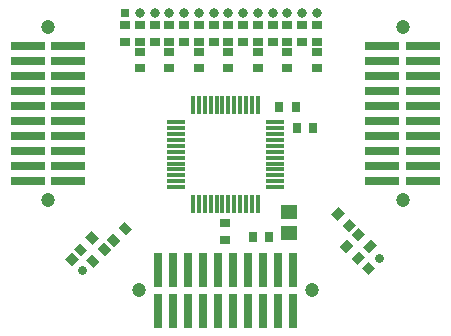
<source format=gts>
G04 #@! TF.FileFunction,Soldermask,Top*
%FSLAX46Y46*%
G04 Gerber Fmt 4.6, Leading zero omitted, Abs format (unit mm)*
G04 Created by KiCad (PCBNEW 4.0.2+e4-6225~38~ubuntu14.04.1-stable) date Fri 17 Jun 2016 18:56:52 BST*
%MOMM*%
G01*
G04 APERTURE LIST*
%ADD10C,0.100000*%
%ADD11R,1.500000X0.300000*%
%ADD12R,0.300000X1.500000*%
%ADD13C,0.800000*%
%ADD14R,0.800000X0.800000*%
%ADD15O,0.800000X0.800000*%
%ADD16R,2.920000X0.740000*%
%ADD17C,1.200000*%
%ADD18R,0.740000X2.920000*%
%ADD19R,0.900000X0.750000*%
%ADD20R,0.750000X0.900000*%
%ADD21R,1.450000X1.150000*%
G04 APERTURE END LIST*
D10*
D11*
X104200000Y-106250000D03*
X104200000Y-105750000D03*
X104200000Y-105250000D03*
X104200000Y-104750000D03*
X104200000Y-104250000D03*
X104200000Y-103750000D03*
X104200000Y-103250000D03*
X104200000Y-102750000D03*
X104200000Y-102250000D03*
X104200000Y-101750000D03*
X104200000Y-101250000D03*
X104200000Y-100750000D03*
D12*
X102750000Y-99300000D03*
X102250000Y-99300000D03*
X101750000Y-99300000D03*
X101250000Y-99300000D03*
X100750000Y-99300000D03*
X100250000Y-99300000D03*
X99750000Y-99300000D03*
X99250000Y-99300000D03*
X98750000Y-99300000D03*
X98250000Y-99300000D03*
X97750000Y-99300000D03*
X97250000Y-99300000D03*
D11*
X95800000Y-100750000D03*
X95800000Y-101250000D03*
X95800000Y-101750000D03*
X95800000Y-102250000D03*
X95800000Y-102750000D03*
X95800000Y-103250000D03*
X95800000Y-103750000D03*
X95800000Y-104250000D03*
X95800000Y-104750000D03*
X95800000Y-105250000D03*
X95800000Y-105750000D03*
X95800000Y-106250000D03*
D12*
X97250000Y-107700000D03*
X97750000Y-107700000D03*
X98250000Y-107700000D03*
X98750000Y-107700000D03*
X99250000Y-107700000D03*
X99750000Y-107700000D03*
X100250000Y-107700000D03*
X100750000Y-107700000D03*
X101250000Y-107700000D03*
X101750000Y-107700000D03*
X102250000Y-107700000D03*
X102750000Y-107700000D03*
D10*
G36*
X112116117Y-113699568D02*
X111550432Y-113133883D01*
X112116117Y-112568198D01*
X112681802Y-113133883D01*
X112116117Y-113699568D01*
X112116117Y-113699568D01*
G37*
D13*
X113000000Y-112250000D02*
X113000000Y-112250000D01*
D10*
G36*
X86450432Y-112366117D02*
X87016117Y-111800432D01*
X87581802Y-112366117D01*
X87016117Y-112931802D01*
X86450432Y-112366117D01*
X86450432Y-112366117D01*
G37*
D13*
X87900000Y-113250000D02*
X87900000Y-113250000D01*
D14*
X91500000Y-91500000D03*
D15*
X92750000Y-91500000D03*
X94000000Y-91500000D03*
X95250000Y-91500000D03*
X96500000Y-91500000D03*
X97750000Y-91500000D03*
X99000000Y-91500000D03*
X100250000Y-91500000D03*
X101500000Y-91500000D03*
X102750000Y-91500000D03*
X104000000Y-91500000D03*
X105250000Y-91500000D03*
X106500000Y-91500000D03*
X107750000Y-91500000D03*
D16*
X83285000Y-94285000D03*
X86715000Y-94285000D03*
X83285000Y-95555000D03*
X86715000Y-95555000D03*
X83285000Y-96825000D03*
X86715000Y-96825000D03*
X83285000Y-98095000D03*
X86715000Y-98095000D03*
X83285000Y-99365000D03*
X86715000Y-99365000D03*
X83285000Y-100635000D03*
X86715000Y-100635000D03*
X83285000Y-101905000D03*
X86715000Y-101905000D03*
X83285000Y-103175000D03*
X86715000Y-103175000D03*
X83285000Y-104445000D03*
X86715000Y-104445000D03*
X83285000Y-105715000D03*
X86715000Y-105715000D03*
X113285000Y-94285000D03*
X116715000Y-94285000D03*
X113285000Y-95555000D03*
X116715000Y-95555000D03*
X113285000Y-96825000D03*
X116715000Y-96825000D03*
X113285000Y-98095000D03*
X116715000Y-98095000D03*
X113285000Y-99365000D03*
X116715000Y-99365000D03*
X113285000Y-100635000D03*
X116715000Y-100635000D03*
X113285000Y-101905000D03*
X116715000Y-101905000D03*
X113285000Y-103175000D03*
X116715000Y-103175000D03*
X113285000Y-104445000D03*
X116715000Y-104445000D03*
X113285000Y-105715000D03*
X116715000Y-105715000D03*
D17*
X85000000Y-107305000D03*
X85000000Y-92695000D03*
X115000000Y-107305000D03*
X115000000Y-92695000D03*
D18*
X94285000Y-116715000D03*
X94285000Y-113285000D03*
X95555000Y-116715000D03*
X95555000Y-113285000D03*
X96825000Y-116715000D03*
X96825000Y-113285000D03*
X98095000Y-116715000D03*
X98095000Y-113285000D03*
X99365000Y-116715000D03*
X99365000Y-113285000D03*
X100635000Y-116715000D03*
X100635000Y-113285000D03*
X101905000Y-116715000D03*
X101905000Y-113285000D03*
X103175000Y-116715000D03*
X103175000Y-113285000D03*
X104445000Y-116715000D03*
X104445000Y-113285000D03*
X105715000Y-116715000D03*
X105715000Y-113285000D03*
D17*
X107305000Y-115000000D03*
X92695000Y-115000000D03*
D19*
X91500000Y-93950000D03*
X91500000Y-92550000D03*
X92750000Y-93950000D03*
X92750000Y-92550000D03*
X101500000Y-93950000D03*
X101500000Y-92550000D03*
X102750000Y-93950000D03*
X102750000Y-92550000D03*
X94000000Y-93950000D03*
X94000000Y-92550000D03*
X95250000Y-93950000D03*
X95250000Y-92550000D03*
X104000000Y-93950000D03*
X104000000Y-92550000D03*
X105250000Y-93950000D03*
X105250000Y-92550000D03*
X96500000Y-93950000D03*
X96500000Y-92550000D03*
X97750000Y-93950000D03*
X97750000Y-92550000D03*
X106500000Y-93950000D03*
X106500000Y-92550000D03*
X107750000Y-93950000D03*
X107750000Y-92550000D03*
D10*
G36*
X88661612Y-109951992D02*
X89298008Y-110588388D01*
X88767678Y-111118718D01*
X88131282Y-110482322D01*
X88661612Y-109951992D01*
X88661612Y-109951992D01*
G37*
G36*
X87671662Y-110941942D02*
X88308058Y-111578338D01*
X87777728Y-112108668D01*
X87141332Y-111472272D01*
X87671662Y-110941942D01*
X87671662Y-110941942D01*
G37*
G36*
X89691942Y-110921662D02*
X90328338Y-111558058D01*
X89798008Y-112088388D01*
X89161612Y-111451992D01*
X89691942Y-110921662D01*
X89691942Y-110921662D01*
G37*
G36*
X88701992Y-111911612D02*
X89338388Y-112548008D01*
X88808058Y-113078338D01*
X88171662Y-112441942D01*
X88701992Y-111911612D01*
X88701992Y-111911612D01*
G37*
D19*
X99000000Y-93950000D03*
X99000000Y-92550000D03*
X100250000Y-93950000D03*
X100250000Y-92550000D03*
D10*
G36*
X109671662Y-111308058D02*
X110308058Y-110671662D01*
X110838388Y-111201992D01*
X110201992Y-111838388D01*
X109671662Y-111308058D01*
X109671662Y-111308058D01*
G37*
G36*
X110661612Y-112298008D02*
X111298008Y-111661612D01*
X111828338Y-112191942D01*
X111191942Y-112828338D01*
X110661612Y-112298008D01*
X110661612Y-112298008D01*
G37*
G36*
X110671662Y-110308058D02*
X111308058Y-109671662D01*
X111838388Y-110201992D01*
X111201992Y-110838388D01*
X110671662Y-110308058D01*
X110671662Y-110308058D01*
G37*
G36*
X111661612Y-111298008D02*
X112298008Y-110661612D01*
X112828338Y-111191942D01*
X112191942Y-111828338D01*
X111661612Y-111298008D01*
X111661612Y-111298008D01*
G37*
D19*
X92750000Y-96200000D03*
X92750000Y-94800000D03*
X102750000Y-96200000D03*
X102750000Y-94800000D03*
X95250000Y-96200000D03*
X95250000Y-94800000D03*
X105250000Y-96200000D03*
X105250000Y-94800000D03*
X97750000Y-96200000D03*
X97750000Y-94800000D03*
X107750000Y-96200000D03*
X107750000Y-94800000D03*
D10*
G36*
X91441942Y-109171662D02*
X92078338Y-109808058D01*
X91548008Y-110338388D01*
X90911612Y-109701992D01*
X91441942Y-109171662D01*
X91441942Y-109171662D01*
G37*
G36*
X90451992Y-110161612D02*
X91088388Y-110798008D01*
X90558058Y-111328338D01*
X89921662Y-110691942D01*
X90451992Y-110161612D01*
X90451992Y-110161612D01*
G37*
D19*
X100250000Y-96200000D03*
X100250000Y-94800000D03*
D10*
G36*
X108921662Y-108558058D02*
X109558058Y-107921662D01*
X110088388Y-108451992D01*
X109451992Y-109088388D01*
X108921662Y-108558058D01*
X108921662Y-108558058D01*
G37*
G36*
X109911612Y-109548008D02*
X110548008Y-108911612D01*
X111078338Y-109441942D01*
X110441942Y-110078338D01*
X109911612Y-109548008D01*
X109911612Y-109548008D01*
G37*
D20*
X102300000Y-110500000D03*
X103700000Y-110500000D03*
D19*
X100000000Y-110700000D03*
X100000000Y-109300000D03*
D20*
X107450000Y-101250000D03*
X106050000Y-101250000D03*
X105950000Y-99500000D03*
X104550000Y-99500000D03*
D21*
X105350000Y-108350000D03*
X105350000Y-110150000D03*
M02*

</source>
